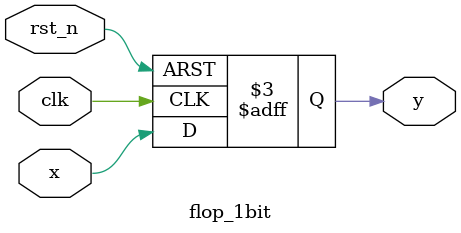
<source format=v>
module flop_1bit(x, y,clk,rst_n);
input rst_n,clk;
input x;
output reg y;

always @(posedge clk, negedge rst_n)begin
if(!rst_n)
y<=0;
else
y<=x;

end
endmodule


</source>
